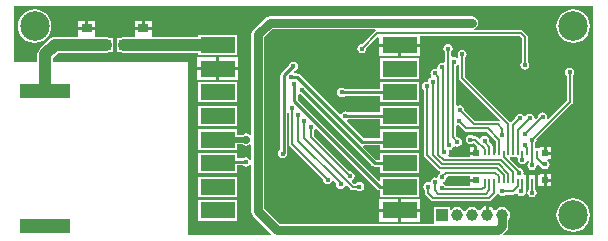
<source format=gtl>
G04*
G04 #@! TF.GenerationSoftware,Altium Limited,Altium Designer,19.1.5 (86)*
G04*
G04 Layer_Physical_Order=1*
G04 Layer_Color=255*
%FSLAX25Y25*%
%MOIN*%
G70*
G01*
G75*
%ADD10C,0.00787*%
%ADD14R,0.11811X0.05512*%
%ADD15R,0.16535X0.04724*%
%ADD16R,0.01968X0.01850*%
%ADD17R,0.00945X0.01772*%
%ADD18R,0.03543X0.03150*%
%ADD19R,0.03150X0.03543*%
%ADD30C,0.01000*%
%ADD31C,0.02953*%
%ADD32C,0.01968*%
%ADD33C,0.03898*%
%ADD34C,0.03937*%
%ADD35R,0.03937X0.03937*%
%ADD36C,0.09843*%
%ADD37C,0.01772*%
%ADD38C,0.02756*%
G36*
X194123Y1152D02*
X164345D01*
X164138Y1652D01*
X165180Y2694D01*
X165646Y3391D01*
X165809Y4213D01*
Y6404D01*
X165931Y6564D01*
X166193Y7196D01*
X166282Y7874D01*
X166193Y8552D01*
X165931Y9184D01*
X165515Y9727D01*
X164972Y10144D01*
X164340Y10406D01*
X163661Y10495D01*
X162983Y10406D01*
X162351Y10144D01*
X161808Y9727D01*
X161697Y9582D01*
X161658Y9563D01*
X161080Y9599D01*
X160779Y9991D01*
X160159Y10467D01*
X159436Y10766D01*
X159161Y10802D01*
Y7874D01*
X158161D01*
Y10802D01*
X157887Y10766D01*
X157164Y10467D01*
X156544Y9991D01*
X156243Y9599D01*
X155665Y9563D01*
X155626Y9582D01*
X155515Y9727D01*
X154972Y10144D01*
X154340Y10406D01*
X153661Y10495D01*
X152983Y10406D01*
X152351Y10144D01*
X151808Y9727D01*
X151444Y9253D01*
X151161Y9215D01*
X150879Y9253D01*
X150515Y9727D01*
X149972Y10144D01*
X149340Y10406D01*
X148661Y10495D01*
X147983Y10406D01*
X147351Y10144D01*
X146808Y9727D01*
X146760Y9664D01*
X146260Y9834D01*
Y10472D01*
X141063D01*
Y5276D01*
X140754Y4904D01*
X89590D01*
X84431Y10063D01*
Y67221D01*
X87110Y69900D01*
X121449D01*
X121545Y69400D01*
X121309Y69242D01*
X116987Y64920D01*
X116929Y64931D01*
X116338Y64814D01*
X115836Y64479D01*
X115501Y63977D01*
X115384Y63386D01*
X115501Y62794D01*
X115836Y62293D01*
X116338Y61958D01*
X116929Y61840D01*
X117520Y61958D01*
X118022Y62293D01*
X118357Y62794D01*
X118475Y63386D01*
X118463Y63444D01*
X122122Y67103D01*
X122622Y66896D01*
Y65067D01*
X129528D01*
Y64567D01*
D01*
Y65067D01*
X136433D01*
Y67460D01*
X169646D01*
X170216Y66891D01*
Y59000D01*
X170167Y58967D01*
X169832Y58465D01*
X169714Y57874D01*
X169832Y57283D01*
X170167Y56781D01*
X170668Y56446D01*
X171260Y56329D01*
X171851Y56446D01*
X172353Y56781D01*
X172688Y57283D01*
X172805Y57874D01*
X172688Y58465D01*
X172353Y58967D01*
X172303Y59000D01*
Y67323D01*
X172303Y67323D01*
X172224Y67722D01*
X171998Y68061D01*
X171998Y68061D01*
X170817Y69242D01*
X170478Y69468D01*
X170079Y69548D01*
X170079Y69548D01*
X154336D01*
X154287Y70048D01*
X154365Y70063D01*
X155062Y70529D01*
X155527Y71225D01*
X155691Y72047D01*
X155527Y72869D01*
X155062Y73566D01*
X154365Y74031D01*
X153543Y74195D01*
X86221D01*
X85399Y74031D01*
X84702Y73566D01*
X80765Y69629D01*
X80299Y68932D01*
X80136Y68110D01*
Y34838D01*
X79636Y34624D01*
X79130Y34962D01*
X78347Y35118D01*
X77563Y34962D01*
X77196Y34717D01*
X75433D01*
Y36457D01*
X62362D01*
Y29685D01*
X75433D01*
Y31425D01*
X77196D01*
X77563Y31179D01*
X78347Y31024D01*
X79130Y31179D01*
X79636Y31518D01*
X80136Y31303D01*
Y26541D01*
X79636Y26389D01*
X79439Y26683D01*
X78938Y27018D01*
X78347Y27136D01*
X77755Y27018D01*
X77342Y26743D01*
X75433D01*
Y28583D01*
X62362D01*
Y21811D01*
X75433D01*
Y24439D01*
X77342D01*
X77755Y24163D01*
X78347Y24045D01*
X78938Y24163D01*
X79439Y24498D01*
X79636Y24792D01*
X80136Y24640D01*
Y9173D01*
X80299Y8351D01*
X80765Y7655D01*
X86768Y1652D01*
X86560Y1152D01*
X59055D01*
Y59055D01*
X14018D01*
Y60340D01*
X15644Y61966D01*
X25197D01*
X25197Y61966D01*
X31496D01*
X32169Y62055D01*
X32437Y62165D01*
X34095D01*
Y64547D01*
X34097Y64567D01*
X34095Y64586D01*
Y66969D01*
X32437D01*
X32169Y67079D01*
X31496Y67168D01*
X28329D01*
X27968Y67504D01*
X27968Y67668D01*
Y69579D01*
X22425D01*
Y67668D01*
X22425Y67504D01*
X22064Y67168D01*
X14567D01*
X14567Y67168D01*
X13894Y67079D01*
X13266Y66819D01*
X12728Y66406D01*
X9578Y63257D01*
X9165Y62718D01*
X8905Y62090D01*
X8816Y61417D01*
Y59055D01*
X1152D01*
Y77588D01*
X194123D01*
Y1152D01*
D02*
G37*
%LPC*%
G36*
X46866Y72654D02*
X44594D01*
Y70579D01*
X46866D01*
Y72654D01*
D02*
G37*
G36*
X43595D02*
X41323D01*
Y70579D01*
X43595D01*
Y72654D01*
D02*
G37*
G36*
X27968D02*
X25697D01*
Y70579D01*
X27968D01*
Y72654D01*
D02*
G37*
G36*
X24697D02*
X22425D01*
Y70579D01*
X24697D01*
Y72654D01*
D02*
G37*
G36*
X187402Y76465D02*
X185952Y76274D01*
X184602Y75715D01*
X183442Y74825D01*
X182553Y73666D01*
X181993Y72315D01*
X181802Y70866D01*
X181993Y69417D01*
X182553Y68067D01*
X183442Y66907D01*
X184602Y66017D01*
X185952Y65458D01*
X187402Y65267D01*
X188851Y65458D01*
X190201Y66017D01*
X191361Y66907D01*
X192251Y68067D01*
X192810Y69417D01*
X193001Y70866D01*
X192810Y72315D01*
X192251Y73666D01*
X191361Y74825D01*
X190201Y75715D01*
X188851Y76274D01*
X187402Y76465D01*
D02*
G37*
G36*
X7874D02*
X6425Y76274D01*
X5074Y75715D01*
X3915Y74825D01*
X3025Y73666D01*
X2466Y72315D01*
X2275Y70866D01*
X2466Y69417D01*
X3025Y68067D01*
X3915Y66907D01*
X5074Y66017D01*
X6425Y65458D01*
X7874Y65267D01*
X9323Y65458D01*
X10674Y66017D01*
X11833Y66907D01*
X12723Y68067D01*
X13282Y69417D01*
X13473Y70866D01*
X13282Y72315D01*
X12723Y73666D01*
X11833Y74825D01*
X10674Y75715D01*
X9323Y76274D01*
X7874Y76465D01*
D02*
G37*
G36*
X46866Y69579D02*
X41323D01*
Y67668D01*
X41323Y67504D01*
X40962Y67168D01*
X37795D01*
X37122Y67079D01*
X36855Y66969D01*
X35197D01*
Y64586D01*
X35194Y64567D01*
X35197Y64547D01*
Y62165D01*
X36855D01*
X37122Y62055D01*
X37795Y61966D01*
X44094D01*
X44095Y61966D01*
X62362D01*
Y61181D01*
X75433D01*
Y67953D01*
X62362D01*
Y67168D01*
X47227D01*
X46866Y67504D01*
X46866Y67668D01*
Y69579D01*
D02*
G37*
G36*
X136433Y64067D02*
X130028D01*
Y60811D01*
X136433D01*
Y64067D01*
D02*
G37*
G36*
X129028D02*
X122622D01*
Y60811D01*
X129028D01*
Y64067D01*
D02*
G37*
G36*
X145669Y64931D02*
X145078Y64814D01*
X144577Y64479D01*
X144241Y63977D01*
X144124Y63386D01*
X144241Y62794D01*
X144577Y62293D01*
X144626Y62260D01*
Y58847D01*
X144126Y58548D01*
X143701Y58632D01*
X143109Y58514D01*
X142608Y58179D01*
X142273Y57678D01*
X142155Y57087D01*
X142179Y56967D01*
X142131Y56886D01*
X141746Y56582D01*
X141338Y56663D01*
X140747Y56546D01*
X140245Y56211D01*
X139910Y55709D01*
X139793Y55118D01*
X139910Y54527D01*
X140050Y54318D01*
X139962Y53801D01*
X139882Y53738D01*
X139458Y53455D01*
X139123Y52954D01*
X139006Y52362D01*
X138911Y52267D01*
X138583Y52333D01*
X137991Y52215D01*
X137490Y51880D01*
X137155Y51379D01*
X137037Y50787D01*
X137155Y50196D01*
X137490Y49695D01*
X137539Y49662D01*
Y27937D01*
X137539Y27937D01*
X137619Y27537D01*
X137845Y27198D01*
X142317Y22727D01*
X142317Y22727D01*
X142655Y22500D01*
X143055Y22421D01*
X143123Y22219D01*
X143109Y21900D01*
X142608Y21565D01*
X142273Y21064D01*
X142209Y20741D01*
X142010Y20444D01*
X141666Y20378D01*
X141339Y20443D01*
X140747Y20325D01*
X140246Y19990D01*
X139911Y19489D01*
X139847Y19166D01*
X139648Y18870D01*
X139303Y18803D01*
X138976Y18868D01*
X138385Y18751D01*
X137884Y18416D01*
X137549Y17914D01*
X137431Y17323D01*
X137549Y16731D01*
X137884Y16230D01*
X137933Y16197D01*
Y15354D01*
X137933Y15354D01*
X138012Y14955D01*
X138238Y14616D01*
X139990Y12864D01*
X140329Y12638D01*
X140728Y12559D01*
X140728Y12559D01*
X159272D01*
X159272Y12559D01*
X159671Y12638D01*
X160010Y12864D01*
X161762Y14616D01*
X161936Y14878D01*
X162319Y14957D01*
X162400Y14957D01*
X162495Y14942D01*
X162687Y14655D01*
X163188Y14320D01*
X163779Y14203D01*
X164371Y14320D01*
X164872Y14655D01*
X164905Y14704D01*
X167171D01*
X167171Y14704D01*
X167570Y14784D01*
X167909Y15010D01*
X168176Y15277D01*
X168696Y15090D01*
X168986Y14655D01*
X169487Y14320D01*
X170079Y14203D01*
X170670Y14320D01*
X171171Y14655D01*
X171507Y15157D01*
X171624Y15748D01*
X171507Y16339D01*
X171503Y16344D01*
X171516Y16408D01*
X171516Y16408D01*
Y17504D01*
X171547D01*
Y17874D01*
X171575D01*
Y19390D01*
Y20906D01*
X171547D01*
Y21276D01*
X171154D01*
X170782Y21776D01*
X170836Y22047D01*
X170719Y22639D01*
X170384Y23140D01*
X169882Y23475D01*
X169384Y23574D01*
X166294Y26664D01*
X166485Y27126D01*
X168593D01*
X168976Y26626D01*
X168927Y26378D01*
X169044Y25787D01*
X169379Y25285D01*
X169881Y24950D01*
X170472Y24833D01*
X171063Y24950D01*
X171565Y25285D01*
X171900Y25787D01*
X171937Y25972D01*
X172504Y26300D01*
X172578Y26273D01*
Y25535D01*
X172529Y25502D01*
X172194Y25001D01*
X172077Y24409D01*
X172194Y23818D01*
X172529Y23317D01*
X173031Y22982D01*
X173622Y22864D01*
X174214Y22982D01*
X174715Y23317D01*
X175050Y23818D01*
X175168Y24409D01*
X175116Y24670D01*
X175576Y24916D01*
X176427Y24065D01*
X176766Y23839D01*
X176775Y23837D01*
X176860Y23710D01*
X177361Y23375D01*
X177953Y23258D01*
X178544Y23375D01*
X179046Y23710D01*
X179381Y24212D01*
X179498Y24803D01*
X179381Y25395D01*
X179046Y25896D01*
X178743Y26098D01*
X178894Y26598D01*
X180134D01*
Y28024D01*
X178150D01*
Y28524D01*
X177650D01*
Y30449D01*
X176165D01*
Y30158D01*
X174666D01*
Y31945D01*
X174715Y31978D01*
X175050Y32480D01*
X175168Y33071D01*
X175156Y33129D01*
X186959Y44931D01*
X187185Y45270D01*
X187264Y45669D01*
X187264Y45669D01*
Y54386D01*
X187313Y54419D01*
X187648Y54920D01*
X187766Y55512D01*
X187648Y56103D01*
X187313Y56605D01*
X186812Y56940D01*
X186221Y57057D01*
X185629Y56940D01*
X185128Y56605D01*
X184793Y56103D01*
X184675Y55512D01*
X184793Y54920D01*
X185128Y54419D01*
X185177Y54386D01*
Y46102D01*
X179120Y40045D01*
X178659Y40291D01*
X178711Y40551D01*
X178593Y41143D01*
X178258Y41644D01*
X177757Y41979D01*
X177165Y42097D01*
X176574Y41979D01*
X176073Y41644D01*
X175738Y41143D01*
X175652Y40710D01*
X174838Y39897D01*
X174377Y40143D01*
X174380Y40157D01*
X174262Y40749D01*
X173927Y41250D01*
X173426Y41585D01*
X172835Y41703D01*
X172243Y41585D01*
X171742Y41250D01*
X171543Y40953D01*
X170976D01*
X170778Y41250D01*
X170276Y41585D01*
X169685Y41703D01*
X169094Y41585D01*
X168592Y41250D01*
X168257Y40749D01*
X168140Y40157D01*
X168151Y40099D01*
X166984Y38932D01*
X166379Y39034D01*
X151437Y53976D01*
Y60292D01*
X151487Y60325D01*
X151821Y60826D01*
X151939Y61417D01*
X151821Y62009D01*
X151487Y62510D01*
X150985Y62845D01*
X150394Y62963D01*
X149802Y62845D01*
X149301Y62510D01*
X148966Y62009D01*
X148848Y61417D01*
X148966Y60826D01*
X149132Y60577D01*
X149096Y60460D01*
X149067Y60435D01*
X148520Y60289D01*
X148229Y60483D01*
X147638Y60601D01*
X147213Y60516D01*
X146713Y60816D01*
Y62260D01*
X146762Y62293D01*
X147097Y62794D01*
X147215Y63386D01*
X147097Y63977D01*
X146762Y64479D01*
X146261Y64814D01*
X145669Y64931D01*
D02*
G37*
G36*
X75803Y60449D02*
X69398D01*
Y57193D01*
X75803D01*
Y60449D01*
D02*
G37*
G36*
X68398D02*
X61992D01*
Y57193D01*
X68398D01*
Y60449D01*
D02*
G37*
G36*
X136063Y60079D02*
X122992D01*
Y53307D01*
X136063D01*
Y60079D01*
D02*
G37*
G36*
X75803Y56193D02*
X69398D01*
Y52937D01*
X75803D01*
Y56193D01*
D02*
G37*
G36*
X68398D02*
X61992D01*
Y52937D01*
X68398D01*
Y56193D01*
D02*
G37*
G36*
X136063Y52205D02*
X122992D01*
Y49971D01*
X111240D01*
X110828Y50247D01*
X110236Y50364D01*
X109645Y50247D01*
X109143Y49912D01*
X108808Y49410D01*
X108691Y48819D01*
X108808Y48228D01*
X109143Y47726D01*
X109645Y47391D01*
X110236Y47273D01*
X110828Y47391D01*
X111240Y47667D01*
X122992D01*
Y45433D01*
X136063D01*
Y52205D01*
D02*
G37*
G36*
X75433D02*
X62362D01*
Y45433D01*
X75433D01*
Y52205D01*
D02*
G37*
G36*
X94095Y59026D02*
X93503Y58908D01*
X93002Y58573D01*
X92667Y58072D01*
X92593Y57703D01*
X90130Y55240D01*
X89881Y54866D01*
X89793Y54426D01*
Y29663D01*
X89458Y29439D01*
X89123Y28938D01*
X89006Y28346D01*
X89123Y27755D01*
X89458Y27254D01*
X89960Y26919D01*
X90551Y26801D01*
X91143Y26919D01*
X91644Y27254D01*
X91979Y27755D01*
X92097Y28346D01*
X92058Y28543D01*
X92097Y28740D01*
Y41913D01*
X92597Y42165D01*
X92657Y42120D01*
Y31496D01*
X92657Y31496D01*
X92737Y31097D01*
X92963Y30758D01*
X103978Y19743D01*
X103966Y19685D01*
X104084Y19094D01*
X104419Y18592D01*
X104920Y18257D01*
X105512Y18140D01*
X106103Y18257D01*
X106605Y18592D01*
X106940Y19094D01*
X106961Y19202D01*
X107504Y19367D01*
X108374Y18497D01*
X108297Y18110D01*
X108415Y17519D01*
X108750Y17017D01*
X109251Y16682D01*
X109843Y16565D01*
X110434Y16682D01*
X110935Y17017D01*
X111270Y17519D01*
X111301Y17673D01*
X111844Y17838D01*
X113097Y16585D01*
X113435Y16359D01*
X113835Y16279D01*
X113835Y16279D01*
X115016D01*
X115049Y16230D01*
X115550Y15895D01*
X116142Y15777D01*
X116733Y15895D01*
X117235Y16230D01*
X117569Y16731D01*
X117687Y17323D01*
X117569Y17914D01*
X117235Y18416D01*
X116733Y18751D01*
X116142Y18868D01*
X115550Y18751D01*
X115049Y18416D01*
X115016Y18367D01*
X114267D01*
X113653Y18981D01*
X113775Y19566D01*
X114085Y19773D01*
X114420Y20275D01*
X114537Y20866D01*
X114420Y21457D01*
X114085Y21959D01*
X113583Y22294D01*
X112992Y22411D01*
X112934Y22400D01*
X101044Y34290D01*
Y36276D01*
X101093Y36309D01*
X101299Y36617D01*
X101884Y36738D01*
X122115Y16508D01*
X122489Y16259D01*
X122929Y16171D01*
X122992D01*
Y13937D01*
X136063D01*
Y20709D01*
X122992D01*
Y19543D01*
X122530Y19351D01*
X95640Y46241D01*
Y47991D01*
X96140Y48258D01*
X96259Y48178D01*
X96746Y48082D01*
X120445Y24382D01*
X120819Y24133D01*
X121260Y24045D01*
X122992D01*
Y21811D01*
X136063D01*
Y28583D01*
X122992D01*
Y26349D01*
X121737D01*
X117455Y30631D01*
X117662Y31131D01*
X122992D01*
Y29685D01*
X136063D01*
Y36457D01*
X122992D01*
Y33435D01*
X117501D01*
X111907Y39029D01*
X112079Y39564D01*
X112421Y39793D01*
X122992D01*
Y37559D01*
X136063D01*
Y44331D01*
X122992D01*
Y42097D01*
X112421D01*
X112009Y42373D01*
X111417Y42490D01*
X110826Y42373D01*
X110325Y42038D01*
X110037Y41607D01*
X109502Y41435D01*
X96185Y54752D01*
X95811Y55001D01*
X95370Y55089D01*
X94375D01*
X94281Y55202D01*
X94191Y55687D01*
X94409Y55998D01*
X94686Y56053D01*
X95187Y56388D01*
X95522Y56889D01*
X95640Y57480D01*
X95522Y58072D01*
X95187Y58573D01*
X94686Y58908D01*
X94095Y59026D01*
D02*
G37*
G36*
X75433Y44331D02*
X62362D01*
Y37559D01*
X75433D01*
Y44331D01*
D02*
G37*
G36*
X180134Y30449D02*
X178650D01*
Y29024D01*
X180134D01*
Y30449D01*
D02*
G37*
G36*
Y21433D02*
X178650D01*
Y20008D01*
X180134D01*
Y21433D01*
D02*
G37*
G36*
Y19008D02*
X178650D01*
Y17583D01*
X180134D01*
Y19008D01*
D02*
G37*
G36*
X177650Y21433D02*
X176165D01*
Y21276D01*
X175697D01*
Y19390D01*
Y17504D01*
X176669D01*
Y17583D01*
X177650D01*
Y19508D01*
Y21433D01*
D02*
G37*
G36*
X75433Y20709D02*
X62362D01*
Y13937D01*
X75433D01*
Y20709D01*
D02*
G37*
G36*
X173520Y21276D02*
Y21276D01*
X172547D01*
Y20906D01*
X172520D01*
Y19390D01*
Y17874D01*
X172547D01*
Y17504D01*
X172578D01*
Y16480D01*
X172529Y16447D01*
X172194Y15946D01*
X172077Y15354D01*
X172194Y14763D01*
X172529Y14262D01*
X173031Y13927D01*
X173622Y13809D01*
X174214Y13927D01*
X174715Y14262D01*
X175050Y14763D01*
X175168Y15354D01*
X175050Y15946D01*
X174715Y16447D01*
X174666Y16480D01*
Y17504D01*
X174697D01*
Y17874D01*
X174725D01*
Y19390D01*
Y20906D01*
X174697D01*
Y21276D01*
X173724D01*
Y21276D01*
X173520D01*
D02*
G37*
G36*
X136433Y13205D02*
X130028D01*
Y9949D01*
X136433D01*
Y13205D01*
D02*
G37*
G36*
X129028D02*
X122622D01*
Y9949D01*
X129028D01*
Y13205D01*
D02*
G37*
G36*
X75433Y12835D02*
X62362D01*
Y6063D01*
X75433D01*
Y12835D01*
D02*
G37*
G36*
X136433Y8949D02*
X130028D01*
Y5693D01*
X136433D01*
Y8949D01*
D02*
G37*
G36*
X129028D02*
X122622D01*
Y5693D01*
X129028D01*
Y8949D01*
D02*
G37*
G36*
X187402Y13473D02*
X185952Y13282D01*
X184602Y12723D01*
X183442Y11833D01*
X182553Y10674D01*
X181993Y9323D01*
X181802Y7874D01*
X181993Y6425D01*
X182553Y5074D01*
X183442Y3915D01*
X184602Y3025D01*
X185952Y2466D01*
X187402Y2275D01*
X188851Y2466D01*
X190201Y3025D01*
X191361Y3915D01*
X192251Y5074D01*
X192810Y6425D01*
X193001Y7874D01*
X192810Y9323D01*
X192251Y10674D01*
X191361Y11833D01*
X190201Y12723D01*
X188851Y13282D01*
X187402Y13473D01*
D02*
G37*
%LPD*%
G36*
X149350Y57989D02*
Y53543D01*
X149350Y53543D01*
X149430Y53144D01*
X149656Y52805D01*
X162913Y39548D01*
X162604Y39153D01*
X162205Y39233D01*
X162205Y39233D01*
X154763D01*
X151140Y42856D01*
X151152Y42913D01*
X151034Y43505D01*
X150699Y44006D01*
X150198Y44341D01*
X149606Y44459D01*
X149015Y44341D01*
X148847Y44229D01*
X148347Y44496D01*
Y57706D01*
X148731Y57962D01*
X148850Y58141D01*
X149350Y57989D01*
D02*
G37*
G36*
X149213Y37825D02*
X149270Y37836D01*
X151073Y36034D01*
X151412Y35807D01*
X151811Y35728D01*
X158465D01*
X161555Y32639D01*
Y30528D01*
X161524D01*
Y30158D01*
X161496D01*
Y28642D01*
X160551D01*
Y30158D01*
X160524D01*
Y30528D01*
X160493D01*
Y30709D01*
X160413Y31108D01*
X160187Y31447D01*
X160187Y31447D01*
X159343Y32291D01*
X159420Y32677D01*
X159302Y33269D01*
X158967Y33770D01*
X158465Y34105D01*
X157874Y34223D01*
X157283Y34105D01*
X156781Y33770D01*
X156574Y33460D01*
X155989Y33338D01*
X155518Y33809D01*
X155179Y34035D01*
X154780Y34115D01*
X154780Y34115D01*
X154275D01*
X154242Y34164D01*
X153741Y34499D01*
X153150Y34616D01*
X152558Y34499D01*
X152057Y34164D01*
X151722Y33662D01*
X151604Y33071D01*
X151722Y32480D01*
X152057Y31978D01*
X152558Y31643D01*
X153150Y31525D01*
X153741Y31643D01*
X154242Y31978D01*
X154665Y31710D01*
X155464Y30911D01*
X155421Y30807D01*
Y28524D01*
X154921D01*
Y28024D01*
X152937D01*
Y27343D01*
X145957D01*
X145712Y27843D01*
X145916Y28149D01*
X146034Y28740D01*
X145969Y29067D01*
X146035Y29411D01*
X146331Y29610D01*
X146654Y29675D01*
X147155Y30009D01*
X147491Y30511D01*
X147532Y30719D01*
X148087Y30949D01*
X148227Y30856D01*
X148819Y30738D01*
X149410Y30856D01*
X149911Y31191D01*
X150246Y31692D01*
X150364Y32283D01*
X150246Y32875D01*
X149911Y33376D01*
X149410Y33711D01*
X148819Y33829D01*
X148761Y33817D01*
X148347Y34231D01*
Y37570D01*
X148847Y37897D01*
X149213Y37825D01*
D02*
G37*
G36*
X152937Y20008D02*
X154921D01*
Y19008D01*
X152937D01*
Y17583D01*
X152438Y17579D01*
X145089D01*
X144794Y18022D01*
X144292Y18357D01*
X143845Y18446D01*
Y18956D01*
X144292Y19045D01*
X144794Y19380D01*
X145129Y19881D01*
X145246Y20472D01*
X145233Y20537D01*
X145628Y21004D01*
X152937D01*
Y20008D01*
D02*
G37*
%LPC*%
G36*
X154421Y30449D02*
X152937D01*
Y29024D01*
X154421D01*
Y30449D01*
D02*
G37*
%LPD*%
D10*
X93701Y31496D02*
Y43701D01*
X145669Y31496D02*
Y63386D01*
X141338Y55118D02*
X142461Y53996D01*
Y28067D02*
Y53996D01*
X140551Y27972D02*
Y52362D01*
Y27972D02*
X143642Y24882D01*
X142461Y28067D02*
X144229Y26299D01*
X143701Y57087D02*
X143878Y56910D01*
Y29350D02*
Y56910D01*
Y29350D02*
X144488Y28740D01*
X138583Y27937D02*
Y50787D01*
Y27937D02*
X143055Y23465D01*
X145669Y31496D02*
X146063Y31102D01*
X170472Y26378D02*
X170472Y26378D01*
Y28642D01*
X170472Y28642D01*
X169291Y22047D02*
Y22191D01*
X173622Y24409D02*
X173622Y24409D01*
X177165Y24803D02*
X177953D01*
X153150Y33071D02*
X154780D01*
X157874Y29977D01*
X158898Y36772D02*
X162598Y33071D01*
X151811Y36772D02*
X158898D01*
X162598Y28642D02*
Y33071D01*
X163779Y34646D02*
Y36614D01*
X162205Y38189D02*
X163779Y36614D01*
X154331Y38189D02*
X162205D01*
X165748Y28642D02*
Y38189D01*
X167323Y28642D02*
Y37795D01*
X168898Y36220D02*
X172835Y40157D01*
X168898Y28642D02*
Y36220D01*
X167323Y37795D02*
X169685Y40157D01*
X150394Y53543D02*
X165748Y38189D01*
X150394Y53543D02*
Y61417D01*
X157874Y28642D02*
Y29977D01*
X157874Y32283D02*
Y32677D01*
Y32283D02*
X159449Y30709D01*
X171260Y30893D02*
X172047Y30106D01*
Y28642D02*
Y30106D01*
X163179Y26299D02*
X167323Y22155D01*
Y19390D02*
Y22155D01*
X162592Y24882D02*
X165748Y21725D01*
Y19390D02*
Y21725D01*
X162004Y23465D02*
X164173Y21296D01*
Y19390D02*
Y21296D01*
X159449Y28642D02*
Y30709D01*
X176969Y40551D02*
X177165D01*
X171457Y35039D02*
X176969Y40551D01*
X171260Y35039D02*
X171457D01*
X173622Y33071D02*
X186221Y45669D01*
Y55512D01*
X173622Y28642D02*
Y33071D01*
X175197Y26772D02*
Y28642D01*
Y26772D02*
X177165Y24803D01*
X173622Y24409D02*
Y28642D01*
X149213Y39370D02*
X151811Y36772D01*
X147303Y33799D02*
Y58454D01*
X147638Y58789D01*
X147303Y33799D02*
X148819Y32283D01*
X149606Y42913D02*
X154331Y38189D01*
X164173Y27309D02*
Y28642D01*
Y27309D02*
X169291Y22191D01*
X170079Y68504D02*
X171260Y67323D01*
Y57874D02*
Y67323D01*
X144229Y26299D02*
X163179D01*
X143642Y24882D02*
X162592D01*
X143055Y23465D02*
X162004D01*
X161417Y22047D02*
X162598Y20866D01*
X144882Y22047D02*
X161417D01*
X143701Y20472D02*
Y20866D01*
X144882Y22047D01*
X173622Y15354D02*
X173622Y15354D01*
X173622Y15354D02*
Y19390D01*
X157087Y16535D02*
X157874Y17323D01*
X144095Y16535D02*
X157087D01*
X143701Y16929D02*
X144095Y16535D01*
X157874Y17323D02*
Y19390D01*
X159449Y16142D02*
Y19390D01*
X158327Y15020D02*
X159449Y16142D01*
X142461Y15020D02*
X158327D01*
X161024Y15354D02*
Y19390D01*
X159272Y13602D02*
X161024Y15354D01*
X140728Y13602D02*
X159272D01*
X141339Y16142D02*
X142461Y15020D01*
X141339Y16142D02*
Y18898D01*
X138976Y15354D02*
X140728Y13602D01*
X138976Y15354D02*
Y17323D01*
X122047Y68504D02*
X170079D01*
X116929Y63386D02*
X122047Y68504D01*
X109843Y18110D02*
Y18504D01*
X97638Y33520D02*
X113835Y17323D01*
X100000Y33858D02*
X112992Y20866D01*
X95669Y32677D02*
X109843Y18504D01*
X97638Y33520D02*
Y39370D01*
X95669Y32677D02*
Y41339D01*
X113835Y17323D02*
X116142D01*
X93701Y31496D02*
X105512Y19685D01*
X100000Y33858D02*
Y37402D01*
X162598Y19390D02*
Y20866D01*
X147638Y58789D02*
Y59055D01*
X168898Y17475D02*
Y19390D01*
X167171Y15748D02*
X168898Y17475D01*
X163779Y15748D02*
X167171D01*
X170079D02*
Y16014D01*
X170472Y16408D01*
Y19390D01*
D14*
X129528Y9449D02*
D03*
Y17323D02*
D03*
Y25197D02*
D03*
Y33071D02*
D03*
Y40945D02*
D03*
Y48819D02*
D03*
Y56693D02*
D03*
Y64567D02*
D03*
X68898D02*
D03*
Y56693D02*
D03*
Y48819D02*
D03*
Y40945D02*
D03*
Y33071D02*
D03*
Y25197D02*
D03*
Y17323D02*
D03*
Y9449D02*
D03*
D15*
X11417Y4331D02*
D03*
Y49331D02*
D03*
D16*
X178150Y28524D02*
D03*
Y19508D02*
D03*
X154921D02*
D03*
Y28524D02*
D03*
D17*
X175197Y28642D02*
D03*
Y19390D02*
D03*
X173622Y28642D02*
D03*
Y19390D02*
D03*
X172047Y28642D02*
D03*
Y19390D02*
D03*
X170472Y28642D02*
D03*
Y19390D02*
D03*
X168898Y28642D02*
D03*
Y19390D02*
D03*
X167323Y28642D02*
D03*
Y19390D02*
D03*
X165748Y28642D02*
D03*
Y19390D02*
D03*
X164173Y28642D02*
D03*
Y19390D02*
D03*
X162598Y28642D02*
D03*
Y19390D02*
D03*
X161024Y28642D02*
D03*
Y19390D02*
D03*
X159449Y28642D02*
D03*
Y19390D02*
D03*
X157874Y28642D02*
D03*
Y19390D02*
D03*
D18*
X44094Y64567D02*
D03*
Y70079D02*
D03*
X25197Y64567D02*
D03*
Y70079D02*
D03*
D19*
X31890Y64567D02*
D03*
X37402D02*
D03*
D30*
X93307Y53937D02*
X95370D01*
X94488Y45764D02*
Y51575D01*
Y45764D02*
X122929Y17323D01*
X95370Y53937D02*
X117024Y32283D01*
X90945Y54426D02*
X94000Y57480D01*
X90945Y28740D02*
Y54426D01*
X96850Y49606D02*
X121260Y25197D01*
X117024Y32283D02*
X128740D01*
X121260Y25197D02*
X129528D01*
X111417Y40945D02*
X129528D01*
X128740Y32283D02*
X129528Y33071D01*
X129527Y48819D02*
X129528Y48819D01*
X68898Y25197D02*
X72047D01*
X72441Y25591D01*
X110236Y48819D02*
X129527D01*
X72441Y25591D02*
X78347D01*
X122929Y17323D02*
X129528D01*
X68898Y33071D02*
X68898Y33071D01*
X171260Y30893D02*
Y31102D01*
X90551Y28346D02*
X90945Y28740D01*
X94000Y57480D02*
X94095D01*
D31*
X163661Y4213D02*
Y7874D01*
X162205Y2756D02*
X163661Y4213D01*
X88976Y2756D02*
X162205D01*
X88701D02*
X88976D01*
X82284Y9173D02*
X88701Y2756D01*
X82284Y9173D02*
Y68110D01*
X86221Y72047D02*
X93307D01*
X82284Y68110D02*
X86221Y72047D01*
X93307D02*
X128740D01*
X153543D01*
D32*
X68898Y33071D02*
X78347D01*
X68504D02*
X68898D01*
D33*
X14567Y64567D02*
X25197D01*
X11417Y61417D02*
X14567Y64567D01*
X11417Y49331D02*
Y61417D01*
X25197Y64567D02*
X31496D01*
X37795D02*
X44094D01*
X44094Y64567D02*
X68898D01*
D34*
X163661Y7874D02*
D03*
X158661D02*
D03*
X153661D02*
D03*
X148661D02*
D03*
D35*
X143661D02*
D03*
D36*
X187402D02*
D03*
Y70866D02*
D03*
X7874D02*
D03*
D37*
X93307Y53937D02*
D03*
X94488Y51575D02*
D03*
X96850Y49606D02*
D03*
X97244Y46063D02*
D03*
X93701Y43701D02*
D03*
X145669Y63386D02*
D03*
X141338Y55118D02*
D03*
X140551Y52362D02*
D03*
X138583Y50787D02*
D03*
X77953Y75984D02*
D03*
Y69291D02*
D03*
X146457Y75984D02*
D03*
X138583Y7087D02*
D03*
X177953Y2756D02*
D03*
X174409D02*
D03*
X88976Y2756D02*
D03*
X179134Y11811D02*
D03*
X180709Y2756D02*
D03*
X169291Y7480D02*
D03*
X180709Y36220D02*
D03*
X160630Y32283D02*
D03*
X170472Y26378D02*
D03*
X179134Y15354D02*
D03*
X169291Y22047D02*
D03*
X173622Y24409D02*
D03*
X177953Y24803D02*
D03*
X149606Y51181D02*
D03*
X159843Y40945D02*
D03*
X91732Y7480D02*
D03*
X98032D02*
D03*
X105118D02*
D03*
X112205D02*
D03*
X118110D02*
D03*
X110236Y48819D02*
D03*
X78347Y25591D02*
D03*
X111417Y40945D02*
D03*
X177559Y59842D02*
D03*
X170472Y54724D02*
D03*
X159055Y75197D02*
D03*
Y71653D02*
D03*
X162598D02*
D03*
Y75197D02*
D03*
X166142D02*
D03*
Y71653D02*
D03*
X191732Y63386D02*
D03*
X187795D02*
D03*
X183858D02*
D03*
X87402Y10630D02*
D03*
X150000Y65354D02*
D03*
X142126Y66142D02*
D03*
X138583D02*
D03*
X7480Y60630D02*
D03*
X68898Y2362D02*
D03*
X60630D02*
D03*
Y5118D02*
D03*
X64567Y2362D02*
D03*
X119291Y37008D02*
D03*
X119685Y56693D02*
D03*
X162992Y45669D02*
D03*
X180315Y69685D02*
D03*
X169685Y71653D02*
D03*
Y75197D02*
D03*
X180315D02*
D03*
X177165Y31890D02*
D03*
X171653Y11024D02*
D03*
X167323D02*
D03*
X137795Y25197D02*
D03*
X146457Y19291D02*
D03*
X151181D02*
D03*
X166142Y43319D02*
D03*
X170472Y51968D02*
D03*
X187795Y35827D02*
D03*
X191732Y55512D02*
D03*
Y59842D02*
D03*
X187795D02*
D03*
X183858D02*
D03*
X161417Y64961D02*
D03*
Y60630D02*
D03*
X128740Y75984D02*
D03*
X103150D02*
D03*
X83858D02*
D03*
X138189D02*
D03*
X102756Y53150D02*
D03*
X109055Y58268D02*
D03*
X102756D02*
D03*
X109055Y63779D02*
D03*
X102756D02*
D03*
X96850D02*
D03*
X74410Y69291D02*
D03*
X70866D02*
D03*
X67323D02*
D03*
X63779D02*
D03*
X77953Y40945D02*
D03*
Y48819D02*
D03*
Y56693D02*
D03*
X105905Y37402D02*
D03*
X103150Y33858D02*
D03*
X92520Y22441D02*
D03*
X87402D02*
D03*
X96457Y16142D02*
D03*
X92520D02*
D03*
X153150Y33071D02*
D03*
X163779Y34646D02*
D03*
X157874Y32677D02*
D03*
X171260Y31102D02*
D03*
X181496Y31890D02*
D03*
X171260Y35039D02*
D03*
X169685Y40157D02*
D03*
X177165Y40551D02*
D03*
X173622Y33071D02*
D03*
X172835Y40157D02*
D03*
X186221Y55512D02*
D03*
X149213Y39370D02*
D03*
X149606Y42913D02*
D03*
X171260Y57874D02*
D03*
X148819Y19291D02*
D03*
X143701Y20472D02*
D03*
X173622Y15354D02*
D03*
X143701Y16929D02*
D03*
X141339Y18898D02*
D03*
X138976Y17323D02*
D03*
X116929Y63386D02*
D03*
X109843Y18110D02*
D03*
X112992Y20866D02*
D03*
X116142Y17323D02*
D03*
X105512Y19685D02*
D03*
X90551Y28346D02*
D03*
X94095Y57480D02*
D03*
X95669Y41339D02*
D03*
X97638Y39370D02*
D03*
X100000Y37402D02*
D03*
X150394Y61417D02*
D03*
X147638Y59055D02*
D03*
X148819Y32283D02*
D03*
X146063Y31102D02*
D03*
X144488Y28740D02*
D03*
X143701Y57087D02*
D03*
X163779Y15748D02*
D03*
X170079D02*
D03*
X60630Y57480D02*
D03*
Y54724D02*
D03*
X27559Y60630D02*
D03*
X22047D02*
D03*
X19291D02*
D03*
X35827Y68504D02*
D03*
X30315D02*
D03*
X26772Y73622D02*
D03*
X24016Y73622D02*
D03*
Y76378D02*
D03*
X45276Y73622D02*
D03*
X42520Y76378D02*
D03*
Y73622D02*
D03*
X45276Y76378D02*
D03*
X26772D02*
D03*
X30315Y60630D02*
D03*
X24803D02*
D03*
X16142Y68504D02*
D03*
X18504D02*
D03*
X20866D02*
D03*
X7874Y62992D02*
D03*
X38583Y68504D02*
D03*
X33071D02*
D03*
X49213D02*
D03*
X51968D02*
D03*
X54724D02*
D03*
X57480D02*
D03*
X60236D02*
D03*
X2756Y60630D02*
D03*
X5118D02*
D03*
X16535D02*
D03*
X33071D02*
D03*
X35827D02*
D03*
X38583D02*
D03*
X41339D02*
D03*
X44094D02*
D03*
X46850D02*
D03*
X49606D02*
D03*
X52362D02*
D03*
X55118D02*
D03*
X57874D02*
D03*
X60630Y60236D02*
D03*
Y51968D02*
D03*
Y49213D02*
D03*
Y46457D02*
D03*
Y43701D02*
D03*
Y40945D02*
D03*
Y38189D02*
D03*
Y35433D02*
D03*
Y32677D02*
D03*
Y29921D02*
D03*
Y27165D02*
D03*
Y24409D02*
D03*
Y21654D02*
D03*
Y18898D02*
D03*
Y16142D02*
D03*
Y13386D02*
D03*
Y10630D02*
D03*
Y7874D02*
D03*
D38*
X78347Y33071D02*
D03*
X153543Y72047D02*
D03*
X93307D02*
D03*
X128740D02*
D03*
M02*

</source>
